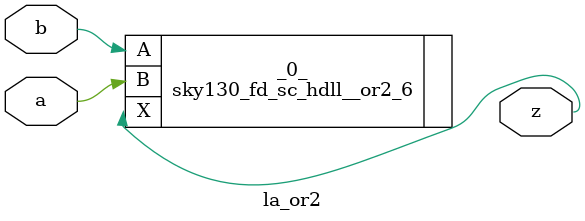
<source format=v>

/* Generated by Yosys 0.44 (git sha1 80ba43d26, g++ 11.4.0-1ubuntu1~22.04 -fPIC -O3) */

(* top =  1  *)
(* src = "inputs/la_or2.v:10.1-20.10" *)
module la_or2 (
    a,
    b,
    z
);
  (* src = "inputs/la_or2.v:13.12-13.13" *)
  input a;
  wire a;
  (* src = "inputs/la_or2.v:14.12-14.13" *)
  input b;
  wire b;
  (* src = "inputs/la_or2.v:15.12-15.13" *)
  output z;
  wire z;
  sky130_fd_sc_hdll__or2_6 _0_ (
      .A(b),
      .B(a),
      .X(z)
  );
endmodule

</source>
